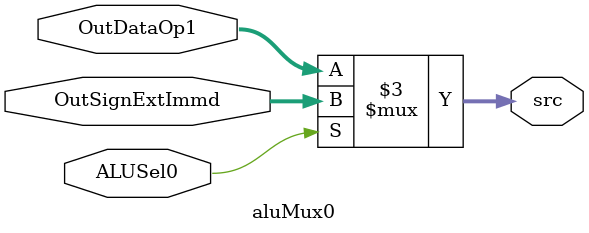
<source format=v>
module aluMux0(
    input [15:0] OutDataOp1, OutSignExtImmd,
    input ALUSel0,
    output reg [15:0] src
);

always@(*) begin
    if (ALUSel0) begin
        src = OutSignExtImmd;
    end
    else begin
        src = OutDataOp1;
    end
end

endmodule

</source>
